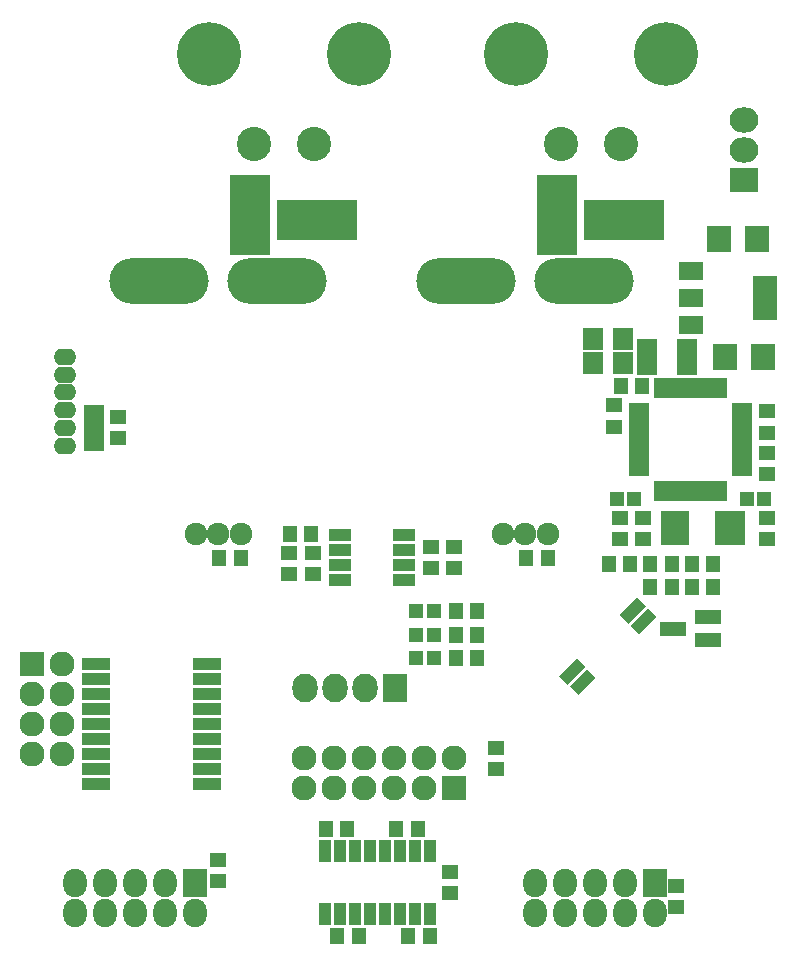
<source format=gbr>
G04 #@! TF.FileFunction,Soldermask,Bot*
%FSLAX46Y46*%
G04 Gerber Fmt 4.6, Leading zero omitted, Abs format (unit mm)*
G04 Created by KiCad (PCBNEW 4.0.4-stable) date 12/22/16 13:47:29*
%MOMM*%
%LPD*%
G01*
G04 APERTURE LIST*
%ADD10C,0.100000*%
%ADD11C,1.924000*%
%ADD12O,8.400000X3.900000*%
%ADD13R,1.200000X1.400000*%
%ADD14R,1.400000X1.200000*%
%ADD15R,2.000000X2.400000*%
%ADD16O,2.000000X2.400000*%
%ADD17R,2.127200X2.432000*%
%ADD18O,2.127200X2.432000*%
%ADD19C,2.900000*%
%ADD20C,5.400000*%
%ADD21R,1.950000X1.000000*%
%ADD22R,2.400000X1.000000*%
%ADD23R,2.127200X2.127200*%
%ADD24O,2.127200X2.127200*%
%ADD25R,2.432000X2.127200*%
%ADD26O,2.432000X2.127200*%
%ADD27O,1.924000X1.400000*%
%ADD28R,1.700000X1.900000*%
%ADD29R,1.800000X3.100000*%
%ADD30R,2.100000X1.600000*%
%ADD31R,2.100000X3.700000*%
%ADD32R,2.600000X3.000000*%
%ADD33R,2.400000X3.000000*%
%ADD34R,1.670000X1.365200*%
%ADD35R,1.000000X1.900000*%
%ADD36R,2.200860X1.200100*%
%ADD37R,2.000000X2.200000*%
%ADD38R,0.650000X1.700000*%
%ADD39R,1.700000X0.650000*%
%ADD40R,3.400000X6.900000*%
%ADD41R,6.851600X3.400000*%
%ADD42R,1.197560X1.197560*%
G04 APERTURE END LIST*
D10*
D11*
X56410000Y-50000000D03*
X54500000Y-50000000D03*
X52590000Y-50000000D03*
D12*
X49500000Y-28600000D03*
X59500000Y-28600000D03*
D11*
X30410000Y-50000000D03*
X28500000Y-50000000D03*
X26590000Y-50000000D03*
D12*
X23500000Y-28600000D03*
X33500000Y-28600000D03*
D13*
X36400000Y-50000000D03*
X34600000Y-50000000D03*
D14*
X67300000Y-81600000D03*
X67300000Y-79800000D03*
D13*
X30400000Y-52000000D03*
X28600000Y-52000000D03*
D14*
X48100000Y-80400000D03*
X48100000Y-78600000D03*
D13*
X56400000Y-52000000D03*
X54600000Y-52000000D03*
D14*
X28500000Y-79400000D03*
X28500000Y-77600000D03*
X36500000Y-51600000D03*
X36500000Y-53400000D03*
X46500000Y-51100000D03*
X46500000Y-52900000D03*
D15*
X65500000Y-79500000D03*
D16*
X65500000Y-82040000D03*
X62960000Y-79500000D03*
X62960000Y-82040000D03*
X60420000Y-79500000D03*
X60420000Y-82040000D03*
X57880000Y-79500000D03*
X57880000Y-82040000D03*
X55340000Y-79500000D03*
X55340000Y-82040000D03*
D17*
X43500000Y-63000000D03*
D18*
X40960000Y-63000000D03*
X38420000Y-63000000D03*
X35880000Y-63000000D03*
D19*
X31500000Y-17000000D03*
X36580000Y-17000000D03*
D20*
X27690000Y-9380000D03*
X40390000Y-9380000D03*
D19*
X57500000Y-17000000D03*
X62580000Y-17000000D03*
D20*
X53690000Y-9380000D03*
X66390000Y-9380000D03*
D13*
X37600000Y-75000000D03*
X39400000Y-75000000D03*
X43600000Y-75000000D03*
X45400000Y-75000000D03*
X40400000Y-84000000D03*
X38600000Y-84000000D03*
X46400000Y-84000000D03*
X44600000Y-84000000D03*
D14*
X34500000Y-53400000D03*
X34500000Y-51600000D03*
X48500000Y-52900000D03*
X48500000Y-51100000D03*
D21*
X38800000Y-53905000D03*
X38800000Y-52635000D03*
X38800000Y-51365000D03*
X38800000Y-50095000D03*
X44200000Y-50095000D03*
X44200000Y-51365000D03*
X44200000Y-52635000D03*
X44200000Y-53905000D03*
D22*
X27560000Y-60960000D03*
X27560000Y-62230000D03*
X27560000Y-63500000D03*
X27560000Y-64770000D03*
X27560000Y-66040000D03*
X27560000Y-67310000D03*
X27560000Y-68580000D03*
X27560000Y-69850000D03*
X27560000Y-71120000D03*
X18160000Y-71120000D03*
X18160000Y-69850000D03*
X18160000Y-68580000D03*
X18160000Y-67310000D03*
X18160000Y-66040000D03*
X18160000Y-64770000D03*
X18160000Y-63500000D03*
X18160000Y-62230000D03*
X18160000Y-60960000D03*
D23*
X48500000Y-71500000D03*
D24*
X48500000Y-68960000D03*
X45960000Y-71500000D03*
X45960000Y-68960000D03*
X43420000Y-71500000D03*
X43420000Y-68960000D03*
X40880000Y-71500000D03*
X40880000Y-68960000D03*
X38340000Y-71500000D03*
X38340000Y-68960000D03*
X35800000Y-71500000D03*
X35800000Y-68960000D03*
D23*
X12700000Y-60960000D03*
D24*
X15240000Y-60960000D03*
X12700000Y-63500000D03*
X15240000Y-63500000D03*
X12700000Y-66040000D03*
X15240000Y-66040000D03*
X12700000Y-68580000D03*
X15240000Y-68580000D03*
D13*
X68600000Y-52500000D03*
X70400000Y-52500000D03*
X66900000Y-52500000D03*
X65100000Y-52500000D03*
X64400000Y-37500000D03*
X62600000Y-37500000D03*
D14*
X62000000Y-39100000D03*
X62000000Y-40900000D03*
D25*
X73000000Y-20000000D03*
D26*
X73000000Y-17460000D03*
X73000000Y-14920000D03*
D27*
X15500000Y-42500000D03*
X15500000Y-41000000D03*
X15500000Y-39500000D03*
X15500000Y-38000000D03*
X15500000Y-36500000D03*
X15500000Y-35000000D03*
D14*
X75000000Y-39600000D03*
X75000000Y-41400000D03*
D28*
X62750000Y-33500000D03*
X60250000Y-33500000D03*
X60250000Y-35500000D03*
X62750000Y-35500000D03*
D29*
X68200000Y-35000000D03*
X64800000Y-35000000D03*
D14*
X20000000Y-41900000D03*
X20000000Y-40100000D03*
D30*
X68500000Y-32300000D03*
X68500000Y-30000000D03*
X68500000Y-27700000D03*
D31*
X74800000Y-30000000D03*
D32*
X71800000Y-49500000D03*
D33*
X67200000Y-49500000D03*
D34*
X18000000Y-39730000D03*
X18000000Y-41000000D03*
X18000000Y-42270000D03*
D35*
X37555000Y-76800000D03*
X38825000Y-76800000D03*
X40095000Y-76800000D03*
X41365000Y-76800000D03*
X42635000Y-76800000D03*
X43905000Y-76800000D03*
X45175000Y-76800000D03*
X46445000Y-76800000D03*
X46445000Y-82200000D03*
X45175000Y-82200000D03*
X43905000Y-82200000D03*
X42635000Y-82200000D03*
X41365000Y-82200000D03*
X40095000Y-82200000D03*
X38825000Y-82200000D03*
X37555000Y-82200000D03*
D36*
X70001140Y-57050000D03*
X70001140Y-58950000D03*
X66998860Y-58000000D03*
D14*
X52000000Y-68100000D03*
X52000000Y-69900000D03*
D13*
X61600000Y-52500000D03*
X63400000Y-52500000D03*
X66900000Y-54500000D03*
X65100000Y-54500000D03*
X70400000Y-54500000D03*
X68600000Y-54500000D03*
D10*
G36*
X64003158Y-55356354D02*
X64745620Y-56098816D01*
X63260696Y-57583740D01*
X62518234Y-56841278D01*
X64003158Y-55356354D01*
X64003158Y-55356354D01*
G37*
G36*
X64901184Y-56254380D02*
X65643646Y-56996842D01*
X64158722Y-58481766D01*
X63416260Y-57739304D01*
X64901184Y-56254380D01*
X64901184Y-56254380D01*
G37*
G36*
X59739304Y-61416260D02*
X60481766Y-62158722D01*
X58996842Y-63643646D01*
X58254380Y-62901184D01*
X59739304Y-61416260D01*
X59739304Y-61416260D01*
G37*
G36*
X58841278Y-60518234D02*
X59583740Y-61260696D01*
X58098816Y-62745620D01*
X57356354Y-62003158D01*
X58841278Y-60518234D01*
X58841278Y-60518234D01*
G37*
D37*
X74100000Y-25000000D03*
X70900000Y-25000000D03*
X74600000Y-35000000D03*
X71400000Y-35000000D03*
D14*
X75000000Y-44900000D03*
X75000000Y-43100000D03*
X64500000Y-48600000D03*
X64500000Y-50400000D03*
D38*
X71250000Y-46350000D03*
X70750000Y-46350000D03*
X70250000Y-46350000D03*
X69750000Y-46350000D03*
X69250000Y-46350000D03*
X68750000Y-46350000D03*
X68250000Y-46350000D03*
X67750000Y-46350000D03*
X67250000Y-46350000D03*
X66750000Y-46350000D03*
X66250000Y-46350000D03*
X65750000Y-46350000D03*
D39*
X64150000Y-44750000D03*
X64150000Y-44250000D03*
X64150000Y-43750000D03*
X64150000Y-43250000D03*
X64150000Y-42750000D03*
X64150000Y-42250000D03*
X64150000Y-41750000D03*
X64150000Y-41250000D03*
X64150000Y-40750000D03*
X64150000Y-40250000D03*
X64150000Y-39750000D03*
X64150000Y-39250000D03*
D38*
X65750000Y-37650000D03*
X66250000Y-37650000D03*
X66750000Y-37650000D03*
X67250000Y-37650000D03*
X67750000Y-37650000D03*
X68250000Y-37650000D03*
X68750000Y-37650000D03*
X69250000Y-37650000D03*
X69750000Y-37650000D03*
X70250000Y-37650000D03*
X70750000Y-37650000D03*
X71250000Y-37650000D03*
D39*
X72850000Y-39250000D03*
X72850000Y-39750000D03*
X72850000Y-40250000D03*
X72850000Y-40750000D03*
X72850000Y-41250000D03*
X72850000Y-41750000D03*
X72850000Y-42250000D03*
X72850000Y-42750000D03*
X72850000Y-43250000D03*
X72850000Y-43750000D03*
X72850000Y-44250000D03*
X72850000Y-44750000D03*
D40*
X31200000Y-23000000D03*
D41*
X36900000Y-23400000D03*
D40*
X57200000Y-23000000D03*
D41*
X62900000Y-23400000D03*
D15*
X26500000Y-79500000D03*
D16*
X26500000Y-82040000D03*
X23960000Y-79500000D03*
X23960000Y-82040000D03*
X21420000Y-79500000D03*
X21420000Y-82040000D03*
X18880000Y-79500000D03*
X18880000Y-82040000D03*
X16340000Y-79500000D03*
X16340000Y-82040000D03*
D42*
X46749300Y-60500000D03*
X45250700Y-60500000D03*
X46749300Y-58500000D03*
X45250700Y-58500000D03*
X46749300Y-56500000D03*
X45250700Y-56500000D03*
X62250700Y-47000000D03*
X63749300Y-47000000D03*
X74749300Y-47000000D03*
X73250700Y-47000000D03*
D13*
X48600000Y-60500000D03*
X50400000Y-60500000D03*
X48600000Y-58500000D03*
X50400000Y-58500000D03*
X48600000Y-56500000D03*
X50400000Y-56500000D03*
D14*
X62500000Y-48600000D03*
X62500000Y-50400000D03*
X75000000Y-48600000D03*
X75000000Y-50400000D03*
M02*

</source>
